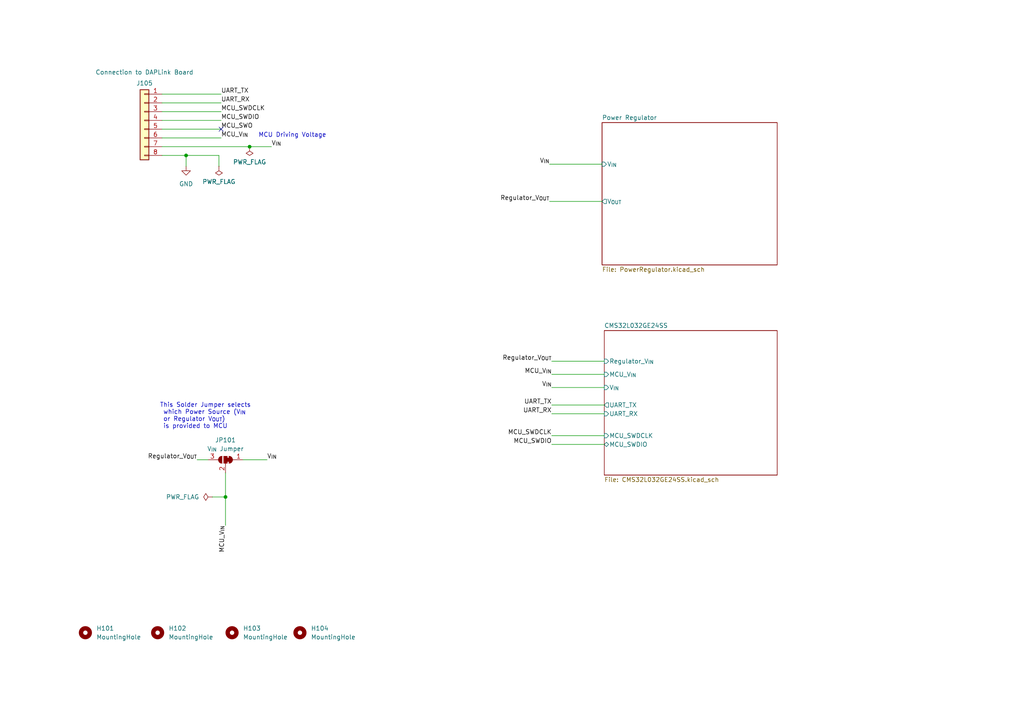
<source format=kicad_sch>
(kicad_sch (version 20230121) (generator eeschema)
  (paper "A4")
  (lib_symbols
    (symbol "Connector_Generic:Conn_01x08" (pin_names (offset 1.016) hide)
      (property "Reference" "J" (at 0 10.16 0))
      (property "Value" "Conn_01x08" (at 0 -12.7 0))
      (symbol "Conn_01x08_1_1"
        (rectangle (start -1.27 -10.033) (end 0 -10.287) (stroke (width 0.1524)))
        (rectangle (start -1.27 -7.493) (end 0 -7.747) (stroke (width 0.1524)))
        (rectangle (start -1.27 -4.953) (end 0 -5.207) (stroke (width 0.1524)))
        (rectangle (start -1.27 -2.413) (end 0 -2.667) (stroke (width 0.1524)))
        (rectangle (start -1.27 0.127) (end 0 -0.127) (stroke (width 0.1524)))
        (rectangle (start -1.27 2.667) (end 0 2.413) (stroke (width 0.1524)))
        (rectangle (start -1.27 5.207) (end 0 4.953) (stroke (width 0.1524)))
        (rectangle (start -1.27 7.747) (end 0 7.493) (stroke (width 0.1524)))
        (rectangle (start -1.27 8.89) (end 1.27 -11.43) (stroke (width 0.254)) (fill (type background)))
        (pin passive line (at -5.08 7.62 0) (length 3.81) (name "Pin_1") (number "1"))
        (pin passive line (at -5.08 5.08 0) (length 3.81) (name "Pin_2") (number "2"))
        (pin passive line (at -5.08 2.54 0) (length 3.81) (name "Pin_3") (number "3"))
        (pin passive line (at -5.08 0 0) (length 3.81) (name "Pin_4") (number "4"))
        (pin passive line (at -5.08 -2.54 0) (length 3.81) (name "Pin_5") (number "5"))
        (pin passive line (at -5.08 -5.08 0) (length 3.81) (name "Pin_6") (number "6"))
        (pin passive line (at -5.08 -7.62 0) (length 3.81) (name "Pin_7") (number "7"))
        (pin passive line (at -5.08 -10.16 0) (length 3.81) (name "Pin_8") (number "8"))
      )
    )
    (symbol "Jumper:SolderJumper_3_Bridged12" (pin_names (offset 0) hide)
      (property "Reference" "JP" (at -2.54 -2.54 0))
      (property "Value" "SolderJumper_3_Bridged12" (at 0 2.794 0))
      (symbol "SolderJumper_3_Bridged12_0_1"
        (rectangle (start -1.016 0.508) (end -0.508 -0.508) (fill (type outline)))
        (arc (start -1.016 1.016) (mid -2.0276 0) (end -1.016 -1.016))
        (arc (start -1.016 1.016) (mid -2.0276 0) (end -1.016 -1.016) (fill (type outline)))
        (rectangle (start -0.508 1.016) (end 0.508 -1.016) (fill (type outline)))
        (polyline (pts (xy -2.54 0) (xy -2.032 0)))
        (polyline (pts (xy -1.016 1.016) (xy -1.016 -1.016)))
        (polyline (pts (xy 0 -1.27) (xy 0 -1.016)))
        (polyline (pts (xy 1.016 1.016) (xy 1.016 -1.016)))
        (polyline (pts (xy 2.54 0) (xy 2.032 0)))
        (arc (start 1.016 -1.016) (mid 2.0276 0) (end 1.016 1.016))
        (arc (start 1.016 -1.016) (mid 2.0276 0) (end 1.016 1.016) (fill (type outline)))
      )
      (symbol "SolderJumper_3_Bridged12_1_1"
        (pin passive line (at -5.08 0 0) (length 2.54) (name "A") (number "1"))
        (pin passive line (at 0 -3.81 90) (length 2.54) (name "C") (number "2"))
        (pin passive line (at 5.08 0 180) (length 2.54) (name "B") (number "3"))
      )
    )
    (symbol "Mechanical:MountingHole" (pin_names (offset 1.016))
      (property "Reference" "H" (at 0 5.08 0))
      (property "Value" "MountingHole" (at 0 3.175 0))
      (symbol "MountingHole_0_1"
        (circle (center 0 0) (radius 1.27) (stroke (width 1.27)))
      )
    )
    (symbol "power:GND" (power) (pin_names (offset 0))
      (property "Value" "GND" (at 0 -3.81 0))
      (symbol "GND_0_1"
        (polyline (pts (xy 0 0) (xy 0 -1.27) (xy 1.27 -1.27) (xy 0 -2.54) (xy -1.27 -1.27) (xy 0 -1.27)))
      )
      (symbol "GND_1_1"
        (pin power_in line (at 0 0 270) (length 0) hide (name "GND") (number "1"))
      )
    )
    (symbol "power:PWR_FLAG" (power) (pin_numbers hide) (pin_names (offset 0) hide)
      (property "Value" "PWR_FLAG" (at 0 3.81 0))
      (symbol "PWR_FLAG_0_0"
        (pin power_out line (at 0 0 90) (length 0) (name "pwr") (number "1"))
      )
      (symbol "PWR_FLAG_0_1"
        (polyline (pts (xy 0 0) (xy 0 1.27) (xy -1.016 1.905) (xy 0 2.54) (xy 1.016 1.905) (xy 0 1.27)))
      )
    )
  )
  (junction (at 72.39 42.545))
  (junction (at 65.405 144.145))
  (junction (at 53.975 45.085))
  (no_connect (at 64.135 37.465))
  (wire (pts (xy 63.5 45.085) (xy 63.5 48.26)))
  (wire (pts (xy 57.15 133.35) (xy 60.325 133.35)))
  (wire (pts (xy 46.99 40.005) (xy 64.135 40.005)))
  (wire (pts (xy 61.595 144.145) (xy 65.405 144.145)))
  (wire (pts (xy 160.02 104.775) (xy 175.26 104.775)))
  (wire (pts (xy 70.485 133.35) (xy 77.47 133.35)))
  (wire (pts (xy 53.975 45.085) (xy 53.975 48.26)))
  (wire (pts (xy 46.99 27.305) (xy 64.135 27.305)))
  (wire (pts (xy 175.26 128.905) (xy 160.02 128.905)))
  (wire (pts (xy 72.39 42.545) (xy 46.99 42.545)))
  (wire (pts (xy 53.975 45.085) (xy 63.5 45.085)))
  (wire (pts (xy 78.74 42.545) (xy 72.39 42.545)))
  (wire (pts (xy 175.26 126.365) (xy 160.02 126.365)))
  (wire (pts (xy 160.02 112.395) (xy 175.26 112.395)))
  (wire (pts (xy 160.02 108.585) (xy 175.26 108.585)))
  (wire (pts (xy 46.99 29.845) (xy 64.135 29.845)))
  (wire (pts (xy 159.385 47.625) (xy 174.625 47.625)))
  (wire (pts (xy 65.405 144.145) (xy 65.405 137.16)))
  (wire (pts (xy 46.99 32.385) (xy 64.135 32.385)))
  (wire (pts (xy 65.405 152.4) (xy 65.405 144.145)))
  (wire (pts (xy 46.99 34.925) (xy 64.135 34.925)))
  (wire (pts (xy 46.99 45.085) (xy 53.975 45.085)))
  (wire (pts (xy 175.26 117.475) (xy 160.02 117.475)))
  (wire (pts (xy 159.385 58.42) (xy 174.625 58.42)))
  (wire (pts (xy 175.26 120.015) (xy 160.02 120.015)))
  (wire (pts (xy 46.99 37.465) (xy 64.135 37.465)))
  (text "This Solder Jumper selects\n which Power Source (V_{IN}\n or Regulator V_{OUT})\n is provided to MCU" (at 46.355 124.46 0) (effects (font (size 1.27 1.27)) (justify left bottom)))
  (text "MCU Driving Voltage" (at 74.93 40.005 0) (effects (font (size 1.27 1.27)) (justify left bottom)))
  (label "MCU_V_{IN}" (at 64.135 40.005 0))
  (label "V_{IN}" (at 78.74 42.545 0))
  (label "MCU_SWO" (at 64.135 37.465 0))
  (label "MCU_SWDCLK" (at 160.02 126.365 180))
  (label "MCU_V_{IN}" (at 65.405 152.4 270))
  (label "V_{IN}" (at 159.385 47.625 180))
  (label "MCU_V_{IN}" (at 160.02 108.585 180))
  (label "MCU_SWDIO" (at 64.135 34.925 0))
  (label "UART_RX" (at 160.02 120.015 180))
  (label "UART_RX" (at 64.135 29.845 0))
  (label "Regulator_V_{OUT}" (at 57.15 133.35 180))
  (label "V_{IN}" (at 160.02 112.395 180))
  (label "MCU_SWDCLK" (at 64.135 32.385 0))
  (label "UART_TX" (at 64.135 27.305 0))
  (label "Regulator_V_{OUT}" (at 159.385 58.42 180))
  (label "Regulator_V_{OUT}" (at 160.02 104.775 180))
  (label "MCU_SWDIO" (at 160.02 128.905 180))
  (label "UART_TX" (at 160.02 117.475 180))
  (label "V_{IN}" (at 77.47 133.35 0))
  (symbol (lib_id "Mechanical:MountingHole") (at 86.995 183.515 0) (unit 1) (in_bom no)
    (property "Reference" "H104" (at 90.17 182.245 0) (effects (justify left)))
    (property "Value" "MountingHole" (at 90.17 184.785 0) (effects (justify left)))
    (property "Footprint" "IotPi_ArduinoNanoMountingHoles:ArduinoNano_MountingHole" (effects hide))
  )
  (symbol (lib_id "Mechanical:MountingHole") (at 67.31 183.515 0) (unit 1) (in_bom no)
    (property "Reference" "H103" (at 70.485 182.245 0) (effects (justify left)))
    (property "Value" "MountingHole" (at 70.485 184.785 0) (effects (justify left)))
    (property "Footprint" "IotPi_ArduinoNanoMountingHoles:ArduinoNano_MountingHole" (effects hide))
  )
  (symbol (lib_id "Mechanical:MountingHole") (at 24.765 183.515 0) (unit 1) (in_bom no)
    (property "Reference" "H101" (at 27.94 182.245 0) (effects (justify left)))
    (property "Value" "MountingHole" (at 27.94 184.785 0) (effects (justify left)))
    (property "Footprint" "IotPi_ArduinoNanoMountingHoles:ArduinoNano_MountingHole" (effects hide))
  )
  (symbol (lib_id "power:PWR_FLAG") (at 63.5 48.26 180) (unit 1)
    (property "Reference" "#FLG0102" (effects hide))
    (property "Value" "PWR_FLAG" (at 63.5 52.705 0))
  )
  (symbol (lib_id "Jumper:SolderJumper_3_Bridged12") (at 65.405 133.35 0) (mirror y) (unit 1) (in_bom no)
    (property "Reference" "JP101" (at 65.405 127.635 0))
    (property "Value" "V_{IN} Jumper" (at 65.405 130.175 0))
    (property "Footprint" "Jumper:SolderJumper-3_P1.3mm_Bridged2Bar12_Pad1.0x1.5mm" (effects hide))
  )
  (symbol (lib_id "power:GND") (at 53.975 48.26 0) (unit 1)
    (property "Reference" "#PWR0103" (effects hide))
    (property "Value" "GND" (at 53.975 53.34 0))
  )
  (symbol (lib_id "Mechanical:MountingHole") (at 45.72 183.515 0) (unit 1) (in_bom no)
    (property "Reference" "H102" (at 48.895 182.245 0) (effects (justify left)))
    (property "Value" "MountingHole" (at 48.895 184.785 0) (effects (justify left)))
    (property "Footprint" "IotPi_ArduinoNanoMountingHoles:ArduinoNano_MountingHole" (effects hide))
  )
  (symbol (lib_id "power:PWR_FLAG") (at 61.595 144.145 90) (unit 1)
    (property "Reference" "#FLG0103" (effects hide))
    (property "Value" "PWR_FLAG" (at 57.785 144.145 90) (effects (justify left)))
  )
  (symbol (lib_id "Connector_Generic:Conn_01x08") (at 41.91 34.925 0) (mirror y) (unit 1)
    (property "Reference" "J105" (at 41.91 24.13 0))
    (property "Value" "Connection to DAPLink Board" (at 41.91 20.955 0))
    (property "Footprint" "Connector_PinHeader_1.27mm:PinHeader_1x08_P1.27mm_Vertical" (effects hide))
    (property "Description" "排数: 单排 总PIN位数: 8 总PIN位数: 8P 间距: 1.27mm 插针结构: 1x8P 行距: - 安装类型: 弯插 圆针/方针:" (effects hide))
    (property "LCSC" "C2938418" (effects hide))
    (property "Vendor" "kinghelm(金航标)" (effects hide))
    (property "Vendor Model" "KH-1.27PH90-1X8P-L10.5" (effects hide))
  )
  (symbol (lib_id "power:PWR_FLAG") (at 72.39 42.545 180) (unit 1)
    (property "Reference" "#FLG0101" (effects hide))
    (property "Value" "PWR_FLAG" (at 72.39 46.99 0))
  )
  (sheet (at 175.26 95.885) (size 50.165 41.91) (stroke (width 0.1524))
    (property "Sheetname" "CMS32L032GE24SS" (at 175.26 95.1734 0) (effects (justify left bottom)))
    (property "Sheetfile" "CMS32L032GE24SS.kicad_sch" (at 175.26 138.3796 0) (effects (justify left top)))
    (pin "UART_TX" output (at 175.26 117.475 180))
    (pin "UART_RX" input (at 175.26 120.015 180))
    (pin "MCU_SWDCLK" input (at 175.26 126.365 180))
    (pin "MCU_SWDIO" bidirectional (at 175.26 128.905 180))
    (pin "MCU_V_{IN}" input (at 175.26 108.585 180))
    (pin "V_{IN}" input (at 175.26 112.395 180))
    (pin "Regulator_V_{IN}" input (at 175.26 104.775 180))
  )
  (sheet (at 174.625 35.56) (size 50.8 41.275) (stroke (width 0.1524))
    (property "Sheetname" "Power Regulator" (at 174.625 34.8484 0) (effects (justify left bottom)))
    (property "Sheetfile" "PowerRegulator.kicad_sch" (at 174.625 77.4196 0) (effects (justify left top)))
    (pin "V_{OUT}" output (at 174.625 58.42 180))
    (pin "V_{IN}" input (at 174.625 47.625 180))
  )
)
</source>
